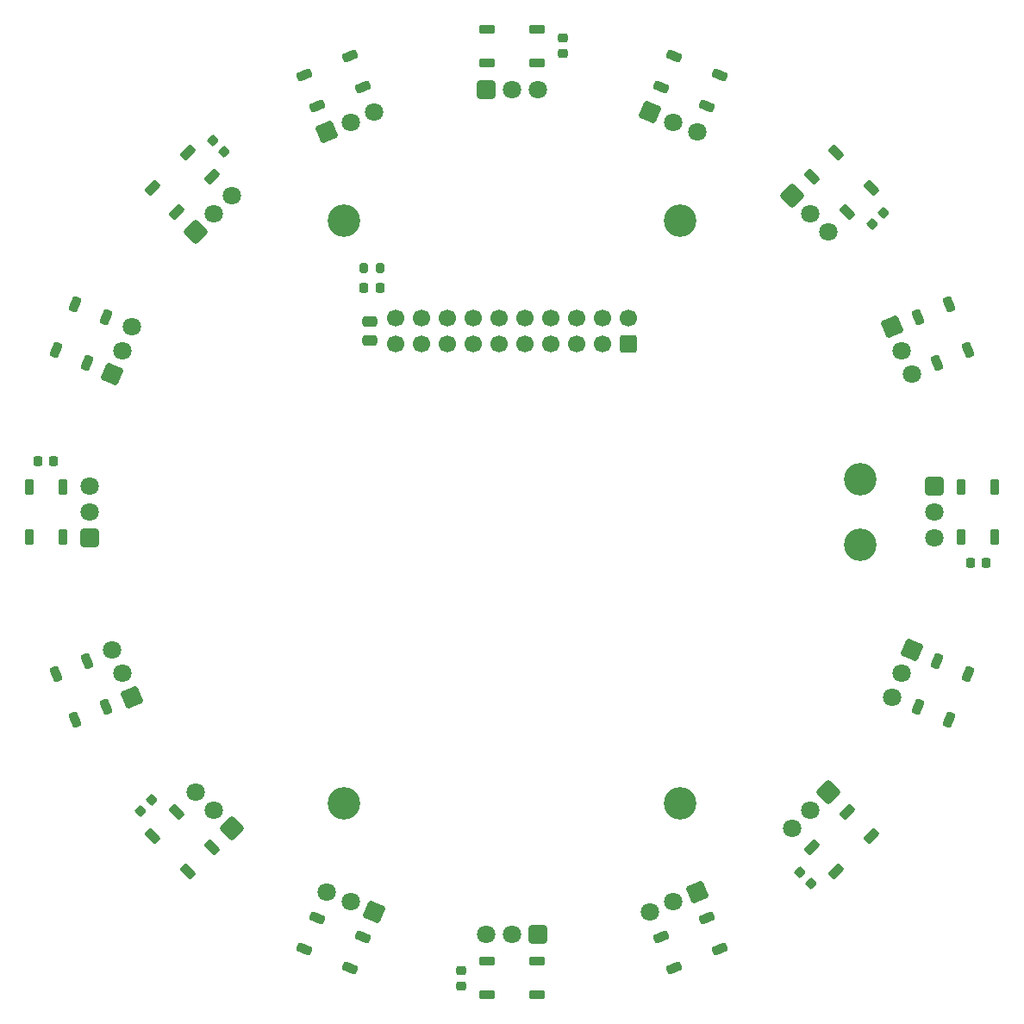
<source format=gbr>
%TF.GenerationSoftware,KiCad,Pcbnew,7.0.6*%
%TF.CreationDate,2023-12-16T12:44:13+09:00*%
%TF.ProjectId,BallSensor_TSSP58038_20230330,42616c6c-5365-46e7-936f-725f54535350,rev?*%
%TF.SameCoordinates,Original*%
%TF.FileFunction,Soldermask,Top*%
%TF.FilePolarity,Negative*%
%FSLAX46Y46*%
G04 Gerber Fmt 4.6, Leading zero omitted, Abs format (unit mm)*
G04 Created by KiCad (PCBNEW 7.0.6) date 2023-12-16 12:44:13*
%MOMM*%
%LPD*%
G01*
G04 APERTURE LIST*
G04 Aperture macros list*
%AMRoundRect*
0 Rectangle with rounded corners*
0 $1 Rounding radius*
0 $2 $3 $4 $5 $6 $7 $8 $9 X,Y pos of 4 corners*
0 Add a 4 corners polygon primitive as box body*
4,1,4,$2,$3,$4,$5,$6,$7,$8,$9,$2,$3,0*
0 Add four circle primitives for the rounded corners*
1,1,$1+$1,$2,$3*
1,1,$1+$1,$4,$5*
1,1,$1+$1,$6,$7*
1,1,$1+$1,$8,$9*
0 Add four rect primitives between the rounded corners*
20,1,$1+$1,$2,$3,$4,$5,0*
20,1,$1+$1,$4,$5,$6,$7,0*
20,1,$1+$1,$6,$7,$8,$9,0*
20,1,$1+$1,$8,$9,$2,$3,0*%
G04 Aperture macros list end*
%ADD10RoundRect,0.225000X0.212132X0.530330X-0.530330X-0.212132X-0.212132X-0.530330X0.530330X0.212132X0*%
%ADD11RoundRect,0.225000X0.250000X-0.225000X0.250000X0.225000X-0.250000X0.225000X-0.250000X-0.225000X0*%
%ADD12RoundRect,0.225000X-0.571141X-0.006964X0.398933X-0.408782X0.571141X0.006964X-0.398933X0.408782X0*%
%ADD13C,3.200000*%
%ADD14RoundRect,0.225000X0.408782X-0.398933X0.006964X0.571141X-0.408782X0.398933X-0.006964X-0.571141X0*%
%ADD15RoundRect,0.200000X-0.200000X-0.275000X0.200000X-0.275000X0.200000X0.275000X-0.200000X0.275000X0*%
%ADD16RoundRect,0.225000X0.225000X0.250000X-0.225000X0.250000X-0.225000X-0.250000X0.225000X-0.250000X0*%
%ADD17RoundRect,0.225000X0.398933X0.408782X-0.571141X0.006964X-0.398933X-0.408782X0.571141X-0.006964X0*%
%ADD18RoundRect,0.225000X-0.530330X0.212132X0.212132X-0.530330X0.530330X-0.212132X-0.212132X0.530330X0*%
%ADD19RoundRect,0.250000X0.475000X-0.250000X0.475000X0.250000X-0.475000X0.250000X-0.475000X-0.250000X0*%
%ADD20RoundRect,0.225000X-0.225000X0.525000X-0.225000X-0.525000X0.225000X-0.525000X0.225000X0.525000X0*%
%ADD21RoundRect,0.225000X-0.250000X0.225000X-0.250000X-0.225000X0.250000X-0.225000X0.250000X0.225000X0*%
%ADD22RoundRect,0.225000X-0.212132X-0.530330X0.530330X0.212132X0.212132X0.530330X-0.530330X-0.212132X0*%
%ADD23RoundRect,0.225000X-0.335876X-0.017678X-0.017678X-0.335876X0.335876X0.017678X0.017678X0.335876X0*%
%ADD24RoundRect,0.225000X0.225000X-0.525000X0.225000X0.525000X-0.225000X0.525000X-0.225000X-0.525000X0*%
%ADD25RoundRect,0.225000X-0.398933X-0.408782X0.571141X-0.006964X0.398933X0.408782X-0.571141X0.006964X0*%
%ADD26RoundRect,0.225000X0.335876X0.017678X0.017678X0.335876X-0.335876X-0.017678X-0.017678X-0.335876X0*%
%ADD27RoundRect,0.218750X-0.218750X-0.256250X0.218750X-0.256250X0.218750X0.256250X-0.218750X0.256250X0*%
%ADD28RoundRect,0.225000X-0.006964X0.571141X-0.408782X-0.398933X0.006964X-0.571141X0.408782X0.398933X0*%
%ADD29RoundRect,0.225000X-0.525000X-0.225000X0.525000X-0.225000X0.525000X0.225000X-0.525000X0.225000X0*%
%ADD30RoundRect,0.225000X-0.225000X-0.250000X0.225000X-0.250000X0.225000X0.250000X-0.225000X0.250000X0*%
%ADD31RoundRect,0.225000X0.006964X-0.571141X0.408782X0.398933X-0.006964X0.571141X-0.408782X-0.398933X0*%
%ADD32RoundRect,0.225000X0.525000X0.225000X-0.525000X0.225000X-0.525000X-0.225000X0.525000X-0.225000X0*%
%ADD33RoundRect,0.225000X0.571141X0.006964X-0.398933X0.408782X-0.571141X-0.006964X0.398933X-0.408782X0*%
%ADD34RoundRect,0.225000X-0.408782X0.398933X-0.006964X-0.571141X0.408782X-0.398933X0.006964X0.571141X0*%
%ADD35RoundRect,0.225000X-0.017678X0.335876X-0.335876X0.017678X0.017678X-0.335876X0.335876X-0.017678X0*%
%ADD36RoundRect,0.225000X0.017678X-0.335876X0.335876X-0.017678X-0.017678X0.335876X-0.335876X0.017678X0*%
%ADD37RoundRect,0.225000X0.530330X-0.212132X-0.212132X0.530330X-0.530330X0.212132X0.212132X-0.530330X0*%
%ADD38RoundRect,0.250200X0.849005X0.351669X-0.351669X0.849005X-0.849005X-0.351669X0.351669X-0.849005X0*%
%ADD39C,1.800000*%
%ADD40RoundRect,0.250200X-0.849005X-0.351669X0.351669X-0.849005X0.849005X0.351669X-0.351669X0.849005X0*%
%ADD41RoundRect,0.250200X-0.918956X0.000000X0.000000X-0.918956X0.918956X0.000000X0.000000X0.918956X0*%
%ADD42RoundRect,0.250000X0.600000X-0.600000X0.600000X0.600000X-0.600000X0.600000X-0.600000X-0.600000X0*%
%ADD43C,1.700000*%
%ADD44RoundRect,0.250200X-0.649800X-0.649800X0.649800X-0.649800X0.649800X0.649800X-0.649800X0.649800X0*%
%ADD45RoundRect,0.250200X-0.351669X0.849005X-0.849005X-0.351669X0.351669X-0.849005X0.849005X0.351669X0*%
%ADD46RoundRect,0.250200X0.918956X0.000000X0.000000X0.918956X-0.918956X0.000000X0.000000X-0.918956X0*%
%ADD47RoundRect,0.250200X0.649800X-0.649800X0.649800X0.649800X-0.649800X0.649800X-0.649800X-0.649800X0*%
%ADD48RoundRect,0.250200X0.351669X0.849005X-0.849005X0.351669X-0.351669X-0.849005X0.849005X-0.351669X0*%
%ADD49RoundRect,0.250200X0.000000X-0.918956X0.918956X0.000000X0.000000X0.918956X-0.918956X0.000000X0*%
%ADD50RoundRect,0.250200X-0.649800X0.649800X-0.649800X-0.649800X0.649800X-0.649800X0.649800X0.649800X0*%
%ADD51RoundRect,0.250200X0.351669X-0.849005X0.849005X0.351669X-0.351669X0.849005X-0.849005X-0.351669X0*%
%ADD52RoundRect,0.250200X-0.351669X-0.849005X0.849005X-0.351669X0.351669X0.849005X-0.849005X0.351669X0*%
%ADD53RoundRect,0.250200X-0.849005X0.351669X-0.351669X-0.849005X0.849005X-0.351669X0.351669X0.849005X0*%
%ADD54RoundRect,0.250200X0.849005X-0.351669X0.351669X0.849005X-0.849005X0.351669X-0.351669X-0.849005X0*%
%ADD55RoundRect,0.250200X0.000000X0.918956X-0.918956X0.000000X0.000000X-0.918956X0.918956X0.000000X0*%
%ADD56RoundRect,0.250200X0.649800X0.649800X-0.649800X0.649800X-0.649800X-0.649800X0.649800X-0.649800X0*%
G04 APERTURE END LIST*
D10*
%TO.C,D12*%
X136249628Y-131505805D03*
X133916175Y-129172352D03*
X130451352Y-132637175D03*
X132784805Y-134970628D03*
%TD*%
D11*
%TO.C,C18*%
X105965000Y-53111000D03*
X105965000Y-54661000D03*
%TD*%
D12*
%TO.C,D17*%
X116859824Y-54910341D03*
X115596968Y-57959144D03*
X120123978Y-59834293D03*
X121386834Y-56785490D03*
%TD*%
D13*
%TO.C,REF\u002A\u002A*%
X84465000Y-71107200D03*
%TD*%
D14*
%TO.C,D7*%
X58064490Y-120107834D03*
X61113293Y-118844978D03*
X59238144Y-114317968D03*
X56189341Y-115580824D03*
%TD*%
D15*
%TO.C,R1*%
X86390000Y-75705000D03*
X88040000Y-75705000D03*
%TD*%
D16*
%TO.C,C20*%
X55940000Y-94686000D03*
X54390000Y-94686000D03*
%TD*%
D17*
%TO.C,D11*%
X121386834Y-142586509D03*
X120123978Y-139537706D03*
X115596968Y-141412855D03*
X116859824Y-144461658D03*
%TD*%
D13*
%TO.C,REF\u002A\u002A*%
X135134565Y-96441978D03*
%TD*%
D18*
%TO.C,D16*%
X132784805Y-64401371D03*
X130451352Y-66734824D03*
X133916175Y-70199647D03*
X136249628Y-67866194D03*
%TD*%
D19*
%TO.C,BYPS*%
X86995000Y-82865000D03*
X86995000Y-80965000D03*
%TD*%
D20*
%TO.C,D14*%
X148415000Y-97236000D03*
X145115000Y-97236000D03*
X145115000Y-102136000D03*
X148415000Y-102136000D03*
%TD*%
D21*
%TO.C,C22*%
X95965000Y-144711000D03*
X95965000Y-146261000D03*
%TD*%
D22*
%TO.C,D4*%
X65680371Y-67866194D03*
X68013824Y-70199647D03*
X71478647Y-66734824D03*
X69145194Y-64401371D03*
%TD*%
D23*
%TO.C,C23*%
X129266948Y-135059016D03*
X130362964Y-136155032D03*
%TD*%
D24*
%TO.C,D6*%
X53515000Y-102136000D03*
X56815000Y-102136000D03*
X56815000Y-97236000D03*
X53515000Y-97236000D03*
%TD*%
D25*
%TO.C,D3*%
X80543165Y-56785490D03*
X81806021Y-59834293D03*
X86333031Y-57959144D03*
X85070175Y-54910341D03*
%TD*%
D13*
%TO.C,REF\u002A\u002A*%
X117465000Y-128264838D03*
%TD*%
D26*
%TO.C,C19*%
X72663051Y-64312983D03*
X71567035Y-63216967D03*
%TD*%
D27*
%TO.C,PWR*%
X86427500Y-77686000D03*
X88002500Y-77686000D03*
%TD*%
D28*
%TO.C,D13*%
X145740658Y-115580824D03*
X142691855Y-114317968D03*
X140816706Y-118844978D03*
X143865509Y-120107834D03*
%TD*%
D29*
%TO.C,D2*%
X98515000Y-52236000D03*
X98515000Y-55536000D03*
X103415000Y-55536000D03*
X103415000Y-52236000D03*
%TD*%
D13*
%TO.C,REF\u002A\u002A*%
X84465000Y-128264840D03*
%TD*%
%TO.C,REF\u002A\u002A*%
X135134600Y-102930000D03*
%TD*%
D30*
%TO.C,C24*%
X145990000Y-104686000D03*
X147540000Y-104686000D03*
%TD*%
D31*
%TO.C,D5*%
X56189341Y-83791175D03*
X59238144Y-85054031D03*
X61113293Y-80527021D03*
X58064490Y-79264165D03*
%TD*%
D32*
%TO.C,D10*%
X103415000Y-147136000D03*
X103415000Y-143836000D03*
X98515000Y-143836000D03*
X98515000Y-147136000D03*
%TD*%
D33*
%TO.C,D9*%
X85070175Y-144461658D03*
X86333031Y-141412855D03*
X81806021Y-139537706D03*
X80543165Y-142586509D03*
%TD*%
D34*
%TO.C,D15*%
X143865509Y-79264165D03*
X140816706Y-80527021D03*
X142691855Y-85054031D03*
X145740658Y-83791175D03*
%TD*%
D35*
%TO.C,C21*%
X65591983Y-127987948D03*
X64495967Y-129083964D03*
%TD*%
D13*
%TO.C,REF\u002A\u002A*%
X117465000Y-71107162D03*
%TD*%
D36*
%TO.C,C25*%
X136338016Y-71384051D03*
X137434032Y-70288035D03*
%TD*%
D37*
%TO.C,D8*%
X69145194Y-134970628D03*
X71478647Y-132637175D03*
X68013824Y-129172352D03*
X65680371Y-131505805D03*
%TD*%
D38*
%TO.C,U8*%
X87449425Y-138952822D03*
D39*
X85102771Y-137980806D03*
X82756117Y-137008790D03*
%TD*%
D40*
%TO.C,U16*%
X114480574Y-60419177D03*
D39*
X116827228Y-61391193D03*
X119173882Y-62363209D03*
%TD*%
D41*
%TO.C,U15*%
X128478525Y-68580372D03*
D39*
X130274576Y-70376423D03*
X132070627Y-72172474D03*
%TD*%
D42*
%TO.C,J1*%
X112395000Y-83185000D03*
D43*
X112395000Y-80645000D03*
X109855000Y-83185000D03*
X109855000Y-80645000D03*
X107315000Y-83185000D03*
X107315000Y-80645000D03*
X104775000Y-83185000D03*
X104775000Y-80645000D03*
X102235000Y-83185000D03*
X102235000Y-80645000D03*
X99695000Y-83185000D03*
X99695000Y-80645000D03*
X97155000Y-83185000D03*
X97155000Y-80645000D03*
X94615000Y-83185000D03*
X94615000Y-80645000D03*
X92075000Y-83185000D03*
X92075000Y-80645000D03*
X89535000Y-83185000D03*
X89535000Y-80645000D03*
%TD*%
D44*
%TO.C,U1*%
X98425000Y-58236000D03*
D39*
X100965000Y-58236000D03*
X103505000Y-58236000D03*
%TD*%
D45*
%TO.C,U12*%
X140231822Y-113201574D03*
D39*
X139259806Y-115548228D03*
X138287790Y-117894882D03*
%TD*%
D46*
%TO.C,U7*%
X73451474Y-130791627D03*
D39*
X71655423Y-128995576D03*
X69859372Y-127199525D03*
%TD*%
D47*
%TO.C,U5*%
X59515000Y-102226000D03*
D39*
X59515000Y-99686000D03*
X59515000Y-97146000D03*
%TD*%
D48*
%TO.C,U10*%
X119173882Y-137008790D03*
D39*
X116827228Y-137980806D03*
X114480574Y-138952822D03*
%TD*%
D49*
%TO.C,U3*%
X69859372Y-72172474D03*
D39*
X71655423Y-70376423D03*
X73451474Y-68580372D03*
%TD*%
D50*
%TO.C,U13*%
X142415000Y-97146000D03*
D39*
X142415000Y-99686000D03*
X142415000Y-102226000D03*
%TD*%
D51*
%TO.C,U4*%
X61698177Y-86170425D03*
D39*
X62670193Y-83823771D03*
X63642209Y-81477117D03*
%TD*%
D52*
%TO.C,U2*%
X82756117Y-62363209D03*
D39*
X85102771Y-61391193D03*
X87449425Y-60419177D03*
%TD*%
D53*
%TO.C,U14*%
X138287790Y-81477117D03*
D39*
X139259806Y-83823771D03*
X140231822Y-86170425D03*
%TD*%
D54*
%TO.C,U6*%
X63642209Y-117894882D03*
D39*
X62670193Y-115548228D03*
X61698177Y-113201574D03*
%TD*%
D55*
%TO.C,U11*%
X132070627Y-127199525D03*
D39*
X130274576Y-128995576D03*
X128478525Y-130791627D03*
%TD*%
D56*
%TO.C,U9*%
X103505000Y-141136000D03*
D39*
X100965000Y-141136000D03*
X98425000Y-141136000D03*
%TD*%
M02*

</source>
